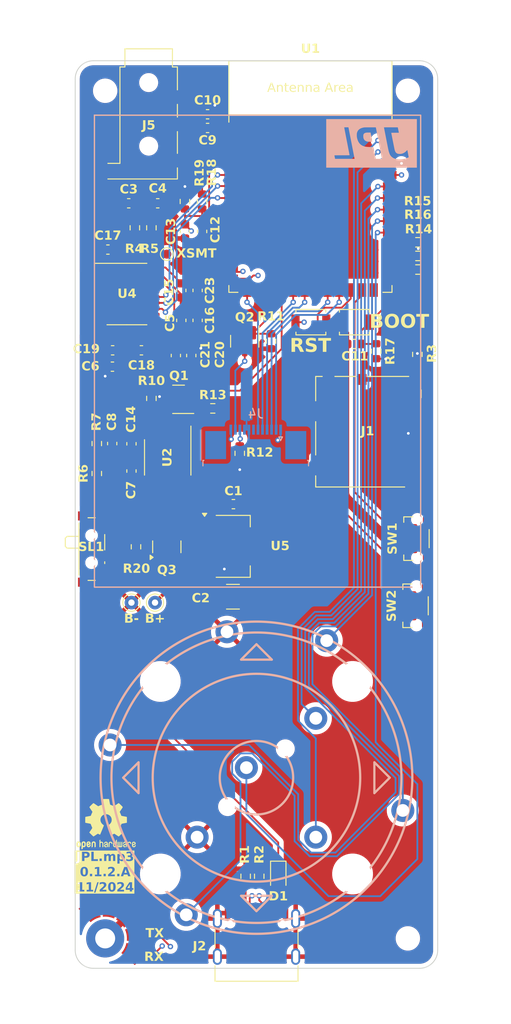
<source format=kicad_pcb>
(kicad_pcb (version 20240108) (generator "pcbnew") (generator_version "8.0")
  (layers (0 "F.Cu" signal) (1 "In1.Cu" signal) (2 "In2.Cu" signal) (31 "B.Cu" signal) (34 "B.Paste" user) (35 "F.Paste" user) (36 "B.SilkS" user "B.Silkscreen") (37 "F.SilkS" user "F.Silkscreen") (38 "B.Mask" user) (39 "F.Mask" user) (44 "Edge.Cuts" user))
  (net 0 "")
  (net 1 "GND")
  (net 2 "Net-(BT1-+)")
  (net 3 "+3.3V")
  (net 4 "AUDIO_LEFT")
  (net 5 "AUDIO_RIGHT")
  (net 6 "Net-(U4-LDOO)")
  (net 7 "BAT_SENSE")
  (net 8 "+5V")
  (net 9 "Net-(U4-CAPP)")
  (net 10 "Net-(U4-CAPM)")
  (net 11 "Net-(U4-VNEG)")
  (net 12 "Net-(D1-A)")
  (net 13 "ENCA")
  (net 14 "ENCB")
  (net 15 "SW1")
  (net 16 "SW2")
  (net 17 "SW3")
  (net 18 "SW4")
  (net 19 "SW5")
  (net 21 "Net-(J1-DAT3{slash}CD)")
  (net 22 "SD_CMD")
  (net 23 "SD_CLK")
  (net 24 "SD_D0")
  (net 26 "Net-(J2-CC1)")
  (net 27 "USB_D+")
  (net 28 "USB_D-")
  (net 30 "Net-(J2-CC2)")
  (net 32 "TFT_CS")
  (net 33 "TFT_DC")
  (net 34 "TFT_SCLK")
  (net 35 "TFT_SDA")
  (net 36 "TFT_RST")
  (net 38 "Net-(J4-Pin_10)")
  (net 39 "Net-(J4-Pin_11)")
  (net 40 "UART_RX")
  (net 41 "UART_TX")
  (net 44 "Net-(Q1-G)")
  (net 45 "CHG")
  (net 46 "BACKLIGHT")
  (net 47 "Net-(Q3-G)")
  (net 48 "Net-(U4-OUTL)")
  (net 49 "Net-(U4-OUTR)")
  (net 50 "VOL_UP")
  (net 51 "VOL_DOWN")
  (net 52 "DAC_MCLK")
  (net 53 "I2S_LRCLK")
  (net 54 "I2S_SCLK")
  (net 55 "I2S_SD")
  (net 62 "unconnected-(U4-XSMT-Pad17)")
  (net 65 "Net-(BOOT1-A)")
  (net 66 "Net-(RST1-B)")
  (net 67 "Net-(Q3-S)")
  (footprint "Capacitor_SMD:C_0603_1608Metric" (layer "F.Cu") (at 139.5 83.775 90)
    (property "Reference" "C21")
    (property "Value" ".1uF")
  )
  (footprint "Resistor_SMD:R_0603_1608Metric" (layer "F.Cu") (at 161.6 83.3 90)
    (property "Reference" "R17")
    (property "Value" "10K")
  )
  (footprint "Resistor_SMD:R_0603_1608Metric" (layer "F.Cu") (at 166.2 71.3)
    (property "Reference" "R15")
    (property "Value" "10K")
  )
  (footprint "Capacitor_SMD:C_1210_3225Metric" (layer "F.Cu") (at 145.8 110.35)
    (property "Reference" "C2")
    (property "Value" "100uF")
  )
  (footprint "Connector_Card:microSD_HC_Molex_104031-0811" (layer "F.Cu") (at 160.75 92.15 -90)
    (property "Reference" "J1")
    (property "Value" "Micro_SD_Card")
  )
  (footprint "Capacitor_SMD:C_0603_1608Metric" (layer "F.Cu") (at 132.5 85)
    (property "Reference" "C6")
    (property "Value" "10uF")
  )
  (footprint "Capacitor_SMD:C_0603_1608Metric" (layer "F.Cu") (at 143 58.7 180)
    (property "Reference" "C9")
    (property "Value" ".1uF")
  )
  (footprint "Capacitor_SMD:C_0603_1608Metric" (layer "F.Cu") (at 135.7 83.2 180)
    (property "Reference" "C18")
    (property "Value" "2.2uF")
  )
  (footprint "Capacitor_SMD:C_0603_1608Metric" (layer "F.Cu") (at 132.525 83.2 180)
    (property "Reference" "C19")
    (property "Value" ".1uF")
  )
  (footprint "Package_TO_SOT_SMD:SOT-23" (layer "F.Cu") (at 147.1 82.2 -90)
    (property "Reference" "Q2")
    (property "Value" "BSS138")
  )
  (footprint "Connector_USB:USB_C_Receptacle_G-Switch_GT-USB-7010ASV" (layer "F.Cu") (at 148.4 148.935)
    (property "Reference" "J2")
    (property "Value" "USB_C")
  )
  (footprint "Package_SO:SOIC-8_3.9x4.9mm_P1.27mm" (layer "F.Cu") (at 138.6 95 -90)
    (property "Reference" "U2")
    (property "Value" "MAX1811")
  )
  (footprint "Diode_SMD:D_SOD-323" (layer "F.Cu") (at 150.8 141.1 -90)
    (property "Reference" "D1")
    (property "Value" "1N5819WS")
  )
  (footprint "TestPoint:TestPoint_Pad_D1.0mm" (layer "F.Cu") (at 138.5 72.6)
    (property "Reference" "REF**" (hide yes))
    (property "Value" "TestPoint_Pad_D1.0mm")
  )
  (footprint "Capacitor_SMD:C_0603_1608Metric_Pad1.08x0.95mm_HandSolder" (layer "F.Cu") (at 145.85 100.15)
    (property "Reference" "C1")
    (property "Value" ".47uF")
  )
  (footprint "Resistor_SMD:R_0603_1608Metric" (layer "F.Cu") (at 134.975 69.7 90)
    (property "Reference" "R4")
    (property "Value" "470")
  )
  (footprint "Resistor_SMD:R_0603_1608Metric" (layer "F.Cu") (at 136.8 88.5 -90)
    (property "Reference" "R10")
    (property "Value" "10K")
  )
  (footprint "Package_TO_SOT_SMD:SOT-23" (layer "F.Cu") (at 138.5 104.85 90)
    (property "Reference" "Q3")
    (property "Value" "Q_PMOS_GSD")
  )
  (footprint "Resistor_SMD:R_0603_1608Metric" (layer "F.Cu") (at 130.775 93.475 90)
    (property "Reference" "R7")
    (property "Value" "100K")
  )
  (footprint "Resistor_SMD:R_0603_1608Metric" (layer "F.Cu") (at 142.4 66.8 -90)
    (property "Reference" "R18")
    (property "Value" "10K")
  )
  (footprint "Capacitor_SMD:C_0603_1608Metric" (layer "F.Cu") (at 140.1 79.9 -90)
    (property "Reference" "C5")
    (property "Value" ".1uF")
  )
  (footprint "Resistor_SMD:R_0603_1608Metric" (layer "F.Cu") (at 135.1 104.85 -90)
    (property "Reference" "R20")
    (property "Value" "10K")
  )
  (footprint "Button_Switch_SMD:SW_Push_1P1T-MP_NO_Horizontal_Alps_SKRTLAE010" (layer "F.Cu") (at 166.05 111.35 90)
    (property "Reference" "SW2")
    (property "Value" "SW_Push")
  )
  (footprint "MountingHole:MountingHole_2.2mm_M2" (layer "F.Cu") (at 165.1 54.6)
    (property "Reference" "REF**" (hide yes))
    (property "Value" "MountingHole_2.2mm_M2" (hide yes))
  )
  (footprint "Package_SO:TSSOP-20_4.4x6.5mm_P0.65mm" (layer "F.Cu") (at 134.1 77)
    (property "Reference" "U4")
    (property "Value" "PCM5102A")
  )
  (footprint "Resistor_SMD:R_0603_1608Metric" (layer "F.Cu") (at 140.5 66.8 -90)
    (property "Reference" "R19")
    (property "Value" "10K")
  )
  (footprint "Resistor_SMD:R_0603_1608Metric" (layer "F.Cu") (at 147.2 141.15 90)
    (property "Reference" "R1")
    (property "Value" "5.1K")
  )
  (footprint "Connector_Audio:Jack_3.5mm_KoreanHropartsElec_PJ-320D-4A_Horizontal" (layer "F.Cu") (at 136.5 58.45 -90)
    (property "Reference" "J5")
    (property "Value" "AudioJack3")
  )
  (footprint "Resistor_SMD:R_0603_1608Metric" (layer "F.Cu") (at 150 82.2 -90)
    (property "Reference" "R11")
    (property "Value" "10K")
  )
  (footprint "MountingHole:MountingHole_2.2mm_M2" (layer "F.Cu") (at 131.7 54.6)
    (property "Reference" "REF**" (hide yes))
    (property "Value" "MountingHole_2.2mm_M2" (hide yes))
  )
  (footprint "Capacitor_SMD:C_0603_1608Metric" (layer "F.Cu") (at 134.6 93.5 -90)
    (property "Reference" "C14")
    (property "Value" "4.7 uF")
  )
  (footprint "Resistor_SMD:R_0603_1608Metric" (layer "F.Cu") (at 146.55 94.55 90)
    (property "Reference" "R12")
    (property "Value" "10")
  )
  (footprint "Button_Switch_SMD:SW_SPST_B3U-1000P" (layer "F.Cu") (at 159.2 80.1 180)
    (property "Reference" "BOOT")
    (property "Value" "BOOT")
  )
  (footprint "Capacitor_SMD:C_0603_1608Metric" (layer "F.Cu") (at 137.5 67)
    (property "Reference" "C4")
    (property "Value" "2.2nF")
  )
  (footprint "Capacitor_SMD:C_0603_1608Metric" (layer "F.Cu") (at 140.5 70.1 -90)
    (property "Reference" "C13")
    (property "Value" "0.1uF")
  )
  (footprint "Resistor_SMD:R_0603_1608Metric" (layer "F.Cu") (at 148.7 141.15 90)
    (property "Reference" "R2")
    (property "Value" "5.1K")
  )
  (footprint "Capacitor_SMD:C_0603_1608Metric" (layer "F.Cu") (at 132 72.1)
    (property "Reference" "C17")
    (property "Value" "2.2uF")
  )
  (footprint "Resistor_SMD:R_0603_1608Metric" (layer "F.Cu") (at 166.2 74.3 180)
    (property "Reference" "R14")
    (property "Value" "10K")
  )
  (footprint "Button_Switch_SMD:SW_SPST_B3U-1000P" (layer "F.Cu") (at 154.4 80.1 180)
    (property "Reference" "RST")
    (property "Value" "SW_SPST")
  )
  (footprint "Capacitor_SMD:C_0603_1608Metric" (layer "F.Cu") (at 142.4 70.1 -90)
    (property "Reference" "C12")
    (property "Value" "1uF")
  )
  (footprint "Capacitor_SMD:C_0603_1608Metric" (layer "F.Cu") (at 134.3 67 180)
    (property "Reference" "C3")
    (property "Value" "2.2nF")
  )
  (footprint "Package_TO_SOT_SMD:SOT-23" (layer "F.Cu") (at 139.8 88.6 180)
    (property "Reference" "Q1")
    (property "Value" "BSS138")
  )
  (footprint "Resistor_SMD:R_0603_1608Metric" (layer "F.Cu") (at 130.775 96.775 90)
    (property "Reference" "R6")
    (property "Value" "100K")
  )
  (footprint "Resistor_SMD:R_0603_1608Metric" (layer "F.Cu") (at 136.8 69.7 90)
    (property "Reference" "R5")
    (property "Value" "470")
  )
  (footprint "TestPoint:TestPoint_THTPad_D1.5mm_Drill0.7mm" (layer "F.Cu") (at 137.2 111)
    (property "Reference" "B+")
    (property "Value" "TestPoint_THTPad_D1.5mm_Drill0.7mm")
  )
  (footprint "footprints:ANO Rotary Encoder" (layer "F.Cu") (at 148.393398 130.293398)
    (property "Reference" "Enc1" (hide yes))
    (property "Value" "~")
  )
  (footprint "Button_Switch_SMD:SW_Push_1P1T-MP_NO_Horizontal_Alps_SKRTLAE010" (layer "F.Cu") (at 166.15 103.95 90)
    (property "Reference" "SW1")
    (property "Value" "SW_Push")
  )
  (footprint "Capacitor_SMD:C_0603_1608Metric" (layer "F.Cu") (at 141.9 79.9 -90)
    (property "Reference" "C16")
    (property "Value" "10uF")
  )
  (footprint "Package_TO_SOT_SMD:SOT-223-3_TabPin2" (layer "F.Cu") (at 145.8 104.8)
    (property "Reference" "U5")
    (property "Value" "LT1963AxST-3.3")
  )
  (footprint "Capacitor_SMD:C_0603_1608Metric" (layer "F.Cu") (at 143 57.19 180)
    (property "Reference" "C10")
    (property "Value" ".1uF")
  )
  (footprint "Capacitor_SMD:C_0603_1608Metric" (layer "F.Cu") (at 132.475 93.475 -90)
    (property "Reference" "C8")
    (property "Value" "10 nF")
  )
  (footprint "TestPoint:TestPoint_THTPad_D1.5mm_Drill0.7mm" (layer "F.Cu") (at 134.6 111)
    (property "Reference" "B-")
    (property "Value" "TestPoint_THTPad_D1.5mm_Drill0.7mm")
  )
  (footprint "Resistor_SMD:R_0603_1608Metric" (layer "F.Cu") (at 166.15 83.65 -90)
    (property "Reference" "R3")
    (property "Value" "10K")
  )
  (footprint "footprints:Positive_Altitude_SWD_Connector" (layer "F.Cu") (at 131.7 148 -45)
    (property "Reference" "J6" (hide yes))
    (property "Value" "Conn_01x05_Pin" (hide yes))
  )
  (footprint "Capacitor_SMD:C_0603_1608Metric" (layer "F.Cu") (at 140.1 76.6 -90)
    (property "Reference" "C15")
    (property "Value" ".1uF")
  )
  (footprint "Resistor_SMD:R_0603_1608Metric" (layer "F.Cu") (at 143.575 89.6)
    (property "Reference" "R13")
    (property "Value" "10K")
  )
  (footprint "" (layer "F.Cu") (at 152.733398 93.643398)
    (property "Reference" "")
    (property "Value" "")
  )
  (footprint "Capacitor_SMD:C_0603_1608Metric" (layer "F.Cu") (at 134.6 96.5 90)
    (property "Reference" "C7")
    (property "Value" "2.2 uF")
  )
  (footprint "Capacitor_SMD:C_0603_1608Metric" (layer "F.Cu") (at 141.9 76.6 -90)
    (property "Reference" "C23")
    (property "Value" "10uF")
  )
  (footprint "PCM_Espressif:ESP32-S3-WROOM-1" (layer "F.Cu") (at 154.35 67.06)
    (property "Reference" "U1")
    (property "Value" "ESP32-S3-WROOM-1" (hide yes))
  )
  (footprint "Button_Switch_SMD:SW_SPDT_PCM12" (layer "F.Cu") (at 130.53 105.1 -90)
    (property "Reference" "SL1")
    (property "Value" "POWER")
  )
  (footprint "Capacitor_SMD:C_0603_1608Metric" (layer "F.Cu") (at 159.2 82.5 180)
    (property "Reference" "C11")
    (property "Value" "0.1uF")
  )
  (footprint "MountingHole:MountingHole_2.2mm_M2" (layer "F.Cu") (at 165.1 148)
    (property "Reference" "REF**" (hide yes))
    (property "Value" "MountingHole_2.2mm_M2" (hide yes))
  )
  (footprint "Capacitor_SMD:C_0603_1608Metric" (layer "F.Cu") (at 141.2 83.775 -90)
    (property "Reference" "C20")
    (property "Value" "10uF")
  )
  (footprint "Resistor_SMD:R_0603_1608Metric" (layer "F.Cu") (at 166.2 72.8)
    (property "Reference" "R16")
    (property "Value" "10K")
  )
  (footprint "Symbol:OSHW-Logo2_7.3x6mm_SilkScreen" (layer "F.Cu") (at 131.8 135.4)
    (property "Reference" "REF**" (hide yes))
    (property "Value" "OSHW-Logo2_7.3x6mm_SilkScreen" (hide yes))
  )
  (footprint "footprints:JPL" (layer "B.Cu") (at 161.093398 60.393398 180)
    (property "Reference" "G***" (hide yes))
    (property "Value" "LOGO" (hide yes))
  )
  (footprint "Connector_FFC-FPC:TE_1-1734839-2_1x12-1MP_P0.5mm_Horizontal" (layer "B.Cu") (at 148.313398 93.293398 180)
    (property "Reference" "J4")
    (property "Value" "Conn_01x12" (hide yes))
  )
  (gr_rect (start 130.513398 57.293398) (end 166.513398 109.293398) (stroke (width 0.15)) (fill none) (layer "B.SilkS"))
  (gr_arc (start 166.393398 51.293398) (mid 167.807612 51.879184) (end 168.393398 53.293398) (stroke (width 0.1)) (layer "Edge.Cuts"))
  (gr_arc (start 128.393398 53.293398) (mid 128.979184 51.879184) (end 130.393398 51.293398) (stroke (width 0.1)) (layer "Edge.Cuts"))
  (gr_line (start 130.393398 151.293398) (end 166.393398 151.293398) (stroke (width 0.1)) (layer "Edge.Cuts"))
  (gr_line (start 168.393398 149.293398) (end 168.393398 53.293398) (stroke (width 0.1)) (layer "Edge.Cuts"))
  (gr_line (start 128.393398 53.293398) (end 128.393398 149.293398) (stroke (width 0.1)) (layer "Edge.Cuts"))
  (gr_arc (start 130.393398 151.293398) (mid 128.979184 150.707612) (end 128.393398 149.293398) (stroke (width 0.1)) (layer "Edge.Cuts"))
  (gr_line (start 166.393398 51.293398) (end 130.393398 51.293398) (stroke (width 0.1)) (layer "Edge.Cuts"))
  (gr_arc (start 168.393398 149.293398) (mid 167.807612 150.707612) (end 166.393398 151.293398) (stroke (width 0.1)) (layer "Edge.Cuts"))
  (gr_text "XSMT" (at 139.55 73.15 0) (layer "F.SilkS") (effects (font (size 1 1) (thickness 0.1875) (bold yes)) (justify left bottom)))
  (gr_text "RX" (at 136 150.65 0) (layer "F.SilkS") (effects (font (size 1 1) (thickness 0.2) (bold yes)) (justify left bottom)))
  (gr_text "JPL.mp3\n0.1.2.A\n11/2024" (at 131.7 143 0) (layer "F.SilkS" knockout) (effects (font (size 1 1) (thickness 0.1) (bold yes) (italic yes)) (justify bottom)))
  (gr_text "TX" (at 136.15 148.05 0) (layer "F.SilkS") (effects (font (size 1 1) (thickness 0.2) (bold yes)) (justify left bottom)))
  (segment (start 138.275 79.925) (end 138.3 79.95) (width 0.2) (layer "F.Cu") (net 1))
  (segment (start 141.105 91.509448) (end 140.245552 90.65) (width 0.2) (layer "F.Cu") (net 1))
  (segment (start 131.2375 79.925) (end 134.423696 79.925) (width 0.2) (layer "F.Cu") (net 1))
  (segment (start 143.75 75.1) (end 143.75 77.35) (width 0.2) (layer "F.Cu") (net 1))
  (segment (start 130.925 80.825) (end 130.265858 80.825) (width 0.2) (layer "F.Cu") (net 1))
  (segment (start 139.5 84.223696) (end 139.5 84.55) (width 0.2) (layer "F.Cu") (net 1))
  (segment (start 135.85 77.050001) (end 135.85 79.55) (width 0.2) (layer "F.Cu") (net 1))
  (segment (start 148.95 104.8) (end 148.95 107.4625) (width 0.4) (layer "F.Cu") (net 1))
  (segment (start 140.1 77.375) (end 140.1 77.048696) (width 0.2) (layer "F.Cu") (net 1))
  (segment (start 128.993398 107.315686) (end 128.993398 102.906602) (width 0.2) (layer "F.Cu") (net 1))
  (segment (start 129.8 80.359142) (end 129.8 76.156544) (width 0.2) (layer "F.Cu") (net 1))
  (segment (start 146.7125 100.15) (end 146.7125 102.5625) (width 0.4) (layer "F.Cu") (net 1))
  (segment (start 136.9625 79.925) (end 138.275 79.925) (width 0.2) (layer "F.Cu") (net 1))
  (segment (start 141.2 84.55) (end 139.5 84.55) (width 0.2) (layer "F.Cu") (net 1))
  (segment (start 135.85 79.55) (end 136.225 79.925) (width 0.2) (layer "F.Cu") (net 1))
  (segment (start 139.9 94.745552) (end 141.105 93.540552) (width 0.2) (layer "F.Cu") (net 1))
  (segment (start 143.6 74.95) (end 143.75 75.1) (width 0.2) (layer "F.Cu") (net 1))
  (segment (start 139.35 89.55) (end 140.3 88.6) (width 0.2) (layer "F.Cu") (net 1))
  (segment (start 139.9 99.15) (end 139.9 94.745552) (width 0.2) (layer "F.Cu") (net 1))
  (segment (start 142.65 104.8) (end 148.95 104.8) (width 0.4) (layer "F.Cu") (net 1))
  (segment (start 140.1 77.048696) (end 137.776304 74.725) (width 0.2) (layer "F.Cu") (net 1))
  (segment (start 129.8 76.156544) (end 130.581544 75.375) (width 0.2) (layer "F.Cu") (net 1))
  (segment (start 166.025 110.125) (end 165.15 110.125) (width 0.2) (layer "F.Cu") (net 1))
  (segment (start 136.225 79.925) (end 136.9625 79.925) (width 0.2) (layer "F.Cu") (net 1))
  (segment (start 136.9625 76.675) (end 136.225001 76.675) (width 0.2) (layer "F.Cu") (net 1))
  (segment (start 134.423696 79.925) (end 137.25 82.751304) (width 0.2) (layer "F.Cu") (net 1))
  (segment (start 129 81.85) (end 129 74.25) (width 0.2) (layer "F.Cu") (net 1))
  (segment (start 131.2375 79.275) (end 134.309314 79.275) (width 0.2) (layer "F.Cu") (net 1))
  (segment (start 166.45 103.609448) (end 165.565552 102.725) (width 0.2) (layer "F.Cu") (net 1))
  (segment (start 137.25 82.751304) (end 137.25 84.55) (width 0.2) (layer "F.Cu") (net 1))
  (segment (start 134.309314 79.275) (end 138.434314 83.4) (width 0.2) (layer "F.Cu") (net 1))
  (segment (start 140.1 79.125) (end 140.1 77.375) (width 0.2) (layer "F.Cu") (net 1))
  (segment (start 129.15 82) (end 129 81.85) (width 0.2) (layer "F.Cu") (net 1))
  (segment (start 134 69.65) (end 138 69.65) (width 0.2) (layer "F.Cu") (net 1))
  (segment (start 129.85 102.05) (end 129.85 99.8) (width 0.2) (layer "F.Cu") (net 1))
  (segment (start 147.275 109.1375) (end 147.275 110.35) (width 0.4) (layer "F.Cu") (net 1))
  (segment (start 165.25 105.175) (end 166.15 105.175) (width 0.2) (layer "F.Cu") (net 1))
  (segment (start 128.993398 102.906602) (end 129.85 102.05) (width 0.2) (layer "F.Cu") (net 1))
  (segment (start 165.565552 102.725) (end 165.25 102.725) (width 0.2) (layer "F.Cu") (net 1))
  (segment (start 130.581544 75.375) (end 131.2375 75.375) (width 0.2) (layer "F.Cu") (net 1))
  (segment (start 140.1 79.125) (end 141.9 79.125) (width 0.2) (layer "F.Cu") (net 1))
  (segment (start 141.105 93.540552) (end 141.105 91.509448) (width 0.2) (layer "F.Cu") (net 1))
  (segment (start 137.776304 74.725) (end 136.9625 74.725) (width 0.2) (layer "F.Cu") (net 1))
  (segment (start 129.85 108.172288) (end 128.993398 107.315686) (width 0.2) (layer "F.Cu") (net 1))
  (segment (start 158.425 82.5) (end 158.425 81.025) (width 0.2) (layer "F.Cu") (net 1))
  (segment (start 166.35 110.45) (end 166.025 110.125) (width 0.2) (layer "F.Cu") (net 1))
  (segment (start 134.925 83.2) (end 133.3 83.2) (width 0.2) (layer "F.Cu") (net 1))
  (segment (start 133.3 83.2) (end 130.925 80.825) (width 0.2) (layer "F.Cu") (net 1))
  (segment (start 158.425 81.025) (end 157.5 80.1) (width 0.2) (layer "F.Cu") (net 1))
  (segment (start 140.3 88.6) (end 141.45 88.6) (width 0.2) (layer "F.Cu") (net 1))
  (segment (start 141.9 77.375) (end 141.9 79.125) (width 0.2) (layer "F.Cu") (net 1))
  (segment (start 130.265858 80.825) (end 129.8 80.359142) (width 0.2) (layer "F.Cu") (net 1))
  (segment (start 166.15 105.175) (end 166.45 104.875) (width 0.2) (layer "F.Cu") (net 1))
  (segment (start 146.7125 102.5625) (end 148.95 104.8) (width 0.4) (layer "F.Cu") (net 1))
  (segment (start 166.45 104.875) (end 166.45 103.609448) (width 0.2) (layer "F.Cu") (net 1))
  (segment (start 166.35 112.275) (end 166.35 110.45) (width 0.2) (layer "F.Cu") (net 1))
  (segment (start 129.85 109.9) (end 129.85 108.172288) (width 0.2) (layer "F.Cu") (net 1))
  (segment (start 133.475 83.375) (end 133.3 83.2) (width 0.2) (layer "F.Cu") (net 1))
  (segment (start 165.15 112.575) (end 166.05 112.575) (width 0.2) (layer "F.Cu") (net 1))
  (segment (start 136.225001 76.675) (end 135.85 77.050001) (width 0.2) (layer "F.Cu") (net 1))
  (segment (start 166.05 112.575) (end 166.35 112.275) (width 0.2) (layer "F.Cu") (net 1))
  (segment (start 141.9 77.375) (end 140.1 77.375) (width 0.2) (layer "F.Cu") (net 1))
  (segment (start 148.95 107.4625) (end 147.275 109.1375) (width 0.4) (layer "F.Cu") (net 1))
  (segment (start 138.676304 83.4) (end 139.5 84.223696) (width 0.2) (layer "F.Cu") (net 1))
  (segment (start 138.434314 83.4) (end 138.676304 83.4) (width 0.2) (layer "F.Cu") (net 1))
  (segment (start 133.475 85) (end 133.475 83.375) (width 0.2) (layer "F.Cu") (net 1))
  (segment (start 140.245552 90.65) (end 139.4 90.65) (width 0.2) (layer "F.Cu") (net 1))
  (via (at 150.75 93.1) (size 0.6) (drill 0.3) (layers "F.Cu" "B.Cu") (net 1))
  (via (at 145.6 93) (size 0.6) (drill 0.3) (layers "F.Cu" "B.Cu") (net 1))
  (segment (start 150.75 93.1) (end 151.063398 92.786602) (width 0.2) (layer "B.Cu") (net 1))
  (segment (start 145.6 93) (end 145.6 91.98) (width 0.2) (layer "B.Cu") (net 1))
  (segment (start 145.6 91.98) (end 145.563398 91.943398) (width 0.2) (layer "B.Cu") (net 1))
  (segment (start 151.063398 92.786602) (end 151.063398 91.943398) (width 0.2) (layer "B.Cu") (net 1))
  (segment (start 136.695 102.1075) (end 136.695 97.475) (width 0.4) (layer "F.Cu") (net 2))
  (segment (start 137.2 111) (end 138.5 109.7) (width 0.4) (layer "F.Cu") (net 2))
  (segment (start 134.275 97.6) (end 134.6 97.275) (width 0.2) (layer "F.Cu") (net 2))
  (segment (start 130.775 97.6) (end 134.275 97.6) (width 0.4) (layer "F.Cu") (net 2))
  (segment (start 135.1 104.025) (end 138.3875 104.025) (width 0.2) (layer "F.Cu") (net 2))
  (segment (start 134.8 97.475) (end 134.6 97.275) (width 0.2) (layer "F.Cu") (net 2))
  (segment (start 138.5 103.9125) (end 136.695 102.1075) (width 0.4) (layer "F.Cu") (net 2))
  (segment (start 135.1 104.025) (end 133.135 104.025) (width 0.2) (layer "F.Cu") (net 2))
  (segment (start 133.135 104.025) (end 131.96 102.85) (width 0.2) (layer "F.Cu") (net 2))
  (segment (start 138.5 109.7) (end 138.5 103.9125) (width 0.4) (layer "F.Cu") (net 2))
  (segment (start 138.5 103.9125) (end 138.5 103.8) (width 0.2) (layer "F.Cu") (net 2))
  (segment (start 136.695 97.475) (end 134.8 97.475) (width 0.4) (layer "F.Cu") (net 2))
  (segment (start 138.3875 104.025) (end 138.5 103.9125) (width 0.2) (layer "F.Cu") (net 2))
  (segment (start 161.6 84.125) (end 162.625 84.125) (width 0.2) (layer "F.Cu") (net 3))
  (segment (start 131.75 84.825) (end 131.925 85) (width 0.2) (layer "F.Cu") (net 3))
  (segment (start 131.725 85) (end 131.725 86.025) (width 0.2) (layer "F.Cu") (net 3))
  (segment (start 143.775 57.19) (end 143.775 58.7) (width 0.2) (layer "F.Cu") (net 3))
  (segment (start 138.8625 88.6) (end 138 88.6) (width 0.2) (layer "F.Cu") (net 3))
  (segment (start 143.8 56.2) (end 143.8 57.165) (width 0.2) (layer "F.Cu") (net 3))
  (segment (start 162.625 84.125) (end 162.65 84.15) (width 0.2) (layer "F.Cu") (net 3))
  (segment (start 140.1 75.825) (end 141.9 75.825) (width 0.2) (layer "F.Cu") (net 3))
  (segment (start 131.725 86.025) (end 131.7 86.05) (width 0.2) (layer "F.Cu") (net 3))
  (segment (start 134.225 78.625) (end 138.6 83) (width 0.2) (layer "F.Cu") (net 3))
  (segment (start 141.2 83) (end 142.225 83) (width 0.2) (layer "F.Cu") (net 3))
  (segment (start 145.145 60.07) (end 145.6 60.07) (width 0.2) (layer "F.Cu") (net 3))
  (segment (start 142.4 60.075) (end 142.4 65.975) (width 0.2) (layer "F.Cu") (net 3))
  (segment (start 166.325 72) (end 167.025 71.3) (width 0.2) (layer "F.Cu") (net 3))
  (segment (start 129.4 80.85) (end 131.75 83.2) (width 0.2) (layer "F.Cu") (net 3))
  (segment (start 131.2375 74.075) (end 130.500001 74.075) (width 0.2) (layer "F.Cu") (net 3))
  (segment (start 142.65 107.1) (end 142.65 107.4625) (width 0.4) (layer "F.Cu") (net 3))
  (segment (start 144.65 107.1) (end 144.85 107.3) (width 0.4) (layer "F.Cu") (net 3))
  (segment (start 140.1 75.825) (end 138.35 74.075) (width 0.2) (layer "F.Cu") (net 3))
  (segment (start 140.5 65.15) (end 140.5 65.975) (width 0.4) (layer "F.Cu") (net 3))
  (segment (start 143.775 58.7) (end 145.145 60.07) (width 0.2) (layer "F.Cu") (net 3))
  (segment (start 142.65 107.1) (end 144.65 107.1) (width 0.4) (layer "F.Cu") (net 3))
  (segment (start 144.325 109.1375) (end 144.325 110.35) (width 0.4) (layer "F.Cu") (net 3))
  (segment (start 143.775 58.7) (end 142.4 60.075) (width 0.2) (layer "F.Cu") (net 3))
  (segment (start 138.35 74.075) (end 136.9625 74.075) (width 0.2) (layer "F.Cu") (net 3))
  (segment (start 129.4 75.175001) (end 129.4 80.85) (width 0.2) (layer "F.Cu") (net 3))
  (segment (start 130.500001 74.075) (end 129.4 75.175001) (width 0.2) (layer "F.Cu") (net 3))
  (segment (start 143.8 57.165) (end 143.775 57.19) (width 0.2) (layer "F.Cu") (net 3))
  (segment (start 131.2375 78.625) (end 134.225 78.625) (width 0.2) (layer "F.Cu") (net 3))
  (segment (start 167.025 71.3) (end 167.025 72.8) (width 0.2) (layer "F.Cu") (net 3))
  (segment (start 166.25 72) (end 166.325 72) (width 0.2) (layer "F.Cu") (net 3))
  (segment (start 166.2 92.345) (end 165.155 92.345) (width 0.2) (layer "F.Cu") (net 3))
  (segment (start 139.5 83) (end 141.2 83) (width 0.2) (layer "F.Cu") (net 3))
  (segment (start 167.025 72.8) (end 167.025 74.3) (width 0.2) (layer "F.Cu") (net 3))
  (segment (start 141.125 83.225) (end 141.15 83.2) (width 0.2) (layer "F.Cu") (net 3))
  (segment (start 141.9 75.825) (end 143.125 75.825) (width 0.2) (layer "F.Cu") (net 3))
  (segment (start 138.6 83) (end 139.5 83) (width 0.2) (layer "F.Cu") (net 3))
  (segment (start 146.55 95.375) (end 146.55 96.35) (width 0.2) (layer "F.Cu") (net 3))
  (segment (start 166.15 83.55) (end 166.15 82.825) (width 0.2) (layer "F.Cu") (net 3))
  (segment (start 138 88.6) (end 137.7 88.3) (width 0.2) (layer "F.Cu") (net 3))
  (segment (start 165.155 92.345) (end 165.15 92.35) (width 0.2) (layer "F.Cu") (net 3))
  (segment (start 143.125 75.825) (end 143.15 75.85) (width 0.2) (layer "F.Cu") (net 3))
  (segment (start 142.65 107.4625) (end 144.325 109.1375) (width 0.4) (layer "F.Cu") (net 3))
  (segment (start 131.75 83.2) (end 131.75 84.825) (width 0.2) (layer "F.Cu") (net 3))
  (via (at 166.25 72) (size 0.6) (drill 0.3) (layers "F.Cu" "B.Cu") (net 3))
  (via (at 144.85 107.3) (size 0.6) (drill 0.3) (layers "F.Cu" "B.Cu") (net 3))
  (via (at 165.15 92.35) (size 0.6) (drill 0.3) (layers "F.Cu" "B.Cu") (net 3))
  (via (at 143.15 75.85) (size 0.6) (drill 0.3) (layers "F.Cu" "B.Cu") (net 3))
  (via (at 142.25 82.975) (size 0.6) (drill 0.3) (layers "F.Cu" "B.Cu") (net 3))
  (via (at 166.15 83.55) (size 0.6) (drill 0.3) (layers "F.Cu" "B.Cu") (net 3))
  (via (at 146.55 96.35) (size 0.6) (drill 0.3) (layers "F.Cu" "B.Cu") (net 3))
  (via (at 131.7 86.05) (size 0.6) (drill 0.3) (layers "F.Cu" "B.Cu") (net 3))
  (via (at 143.8 56.2) (size 0.6) (drill 0.3) (layers "F.Cu" "B.Cu") (net 3))
  (via (at 140.5 65.15) (size 0.6) (drill 0.3) (layers "F.Cu" "B.Cu") (net 3))
  (via (at 137.7 88.3) (size 0.6) (drill 0.3) (layers "F.Cu" "B.Cu") (net 3))
  (via (at 162.65 84.15) (size 0.6) (drill 0.3) (layers "F.Cu" "B.Cu") (net 3))
  (segment (start 147.3 91.943398) (end 147.563398 91.943398) (width 0.2) (layer "B.Cu") (net 3))
  (segment (start 147.063398 91.943398) (end 147.3 91.943398) (width 0.2) (layer "B.Cu") (net 3))
  (segment (start 147.3 91.943398) (end 147.3 90.45) (width 0.2) (layer "B.Cu") (net 3))
  (segment (start 147.563398 93.163398) (end 147.6 93.2) (width 0.2) (layer "B.Cu") (net 3))
  (segment (start 147.563398 91.943398) (end 147.563398 93.163398) (width 0.2) (layer "B.Cu") (net 3))
  (segment (start 147.3 90.45) (end 147.35 90.4) (width 0.2) (layer "B.Cu") (net 3))
  (segment (start 135.075 67) (end 135.075 68.775) (width 0.2) (layer "F.Cu") (net 4))
  (segment (start 135.075 67) (end 135.9 66.175) (width 0.2) (layer "F.Cu") (net 4))
  (segment (start 135.075 68.775) (end 134.975 68.875) (width 0.2) (layer "F.Cu") (net 4))
  (segment (start 135.9 64.1) (end 137.7 62.3) (width 0.2) (layer "F.Cu") (net 4))
  (segment (start 137.7 62.3) (end 139.75 62.3) (width 0.2) (layer "F.Cu") (net 4))
  (segment (start 135.9 66.175) (end 135.9 64.1) (width 0.2) (layer "F.Cu") (net 4))
  (segment (start 141.3 63.2) (end 138.8 65.7) (width 0.2) (layer "F.Cu") (net 5))
  (segment (start 138.8 65.7) (end 138.025 65.7) (width 0.2) (layer "F.Cu") (net 5))
  (segment (start 139.75 58.3) (end 141.3 59.85) (width 0.2) (layer "F.Cu") (net 5))
  (segment (start 141.3 59.85) (end 141.3 63.2) (width 0.2) (layer "F.Cu") (net 5))
  (segment (start 136.8 67.075) (end 136.725 67) (width 0.2) (layer "F.Cu") (net 5))
  (segment (start 136.8 68.875) (end 136.8 67.075) (width 0.2) (layer "F.Cu") (net 5))
  (segment (start 138.025 65.7) (end 136.725 67) (width 0.2) (layer "F.Cu") (net 5))
  (segment (start 136.9625 75.375) (end 137.699999 75.375) (width 0.2) (layer "F.Cu") (net 6))
  (segment (start 137.699999 75.375) (end 139.325 77.000001) (width 0.2) (layer "F.Cu") (net 6))
  (segment (start 139.325 77.000001) (end 139.325 79.9) (width 0.2) (layer "F.Cu") (net 6))
  (segment (start 139.325 79.9) (end 140.1 80.675) (width 0.2) (layer "F.Cu") (net 6))
  (segment (start 140.1 80.675) (end 141.9 80.675) (width 0.2) (layer "F.Cu") (net 6))
  (segment (start 144.55 84.25) (end 144.55 73.29) (width 0.2) (layer "F.Cu") (net 7))
  (segment (start 133.098696 93.45) (end 133.4 93.148696) (width 0.2) (layer "F.Cu") (net 7))
  (segment (start 133.4 93.148696) (end 133.4 87.85) (width 0.2) (layer "F.Cu") (net 7))
  (segment (start 144.55 73.29) (end 145.07 72.77) (width 0.2) (layer "F.Cu") (net 7))
  (segment (start 132.425 94.3) (end 132.475 94.25) (width 0.2) (layer "F.Cu") (net 7))
  (segment (start 142.95 85.85) (end 144.55 84.25) (width 0.2) (layer "F.Cu") (net 7))
  (segment (start 130.775 94.3) (end 132.425 94.3) (width 0.2) (layer "F.Cu") (net 7))
  (segment (start 135.4 85.85) (end 142.95 85.85) (width 0.2) (layer "F.Cu") (net 7))
  (segment (start 133.4 87.85) (end 135.4 85.85) (width 0.2) (layer "F.Cu") (net 7))
  (segment (start 130.775 95.95) (end 130.775 94.3) (width 0.2) (layer "F.Cu") (net 7))
  (segment (start 130.775 94.3) (end 131.625 93.45) (width 0.2) (layer "F.Cu") (net 7))
  (segment (start 131.625 93.45) (end 133.098696 93.45) (width 0.2) (layer "F.Cu") (net 7))
  (segment (start 145.07 72.77) (end 145.6 72.77) (width 0.2) (layer "F.Cu") (net 7))
  (segment (start 130.61 98.622648) (end 130 98.012648) (width 0.2) (layer "F.Cu") (net 8))
  (segment (start 130.55 117.187616) (end 130.55 108.306602) (width 0.2) (layer "F.Cu") (net 8))
  (segment (start 138.827224 93.727224) (end 139.235 93.319448) (width 0.2) (layer "F.Cu") (net 8))
  (segment (start 130.387352 96.8) (end 131.148696 96.8) (width 0.2) (layer "F.Cu") (net 8))
  (segment (start 129.4 103.268629) (end 130.61 102.058629) (width 0.2) (layer "F.Cu") (net 8))
  (segment (start 136.695 92.525) (end 134.8 92.525) (width 0.2) (layer "F.Cu") (net 8))
  (segment (start 133.25 94.075) (end 134.6 92.725) (width 0.2) (layer "F.Cu") (net 8))
  (segment (start 130 97.187352) (end 130.387352 96.8) (width 0.2) (layer "F.Cu") (net 8))
  (segment (start 136.695 92.525) (end 136.695 93.499999) (width 0.2) (layer "F.Cu") (net 8))
  (segment (start 136.695 93.499999) (end 136.995001 93.8) (width 0.2) (layer "F.Cu") (net 8))
  (segment (start 139.235 92.525) (end 139.235 97.475) (width 0.2) (layer "F.Cu") (net 8))
  (segment (start 150.8 140.05) (end 150.8 137.437616) (width 0.2) (layer "F.Cu") (net 8))
  (segment (start 134.8 92.525) (end 134.6 92.725) (width 0.2) (layer "F.Cu") (net 8))
  (segment (start 130 98.012648) (end 130 97.187352) (width 0.2) (layer "F.Cu") (net 8))
  (segment (start 129.4 107.156602) (end 129.4 103.268629) (width 0.2) (layer "F.Cu") (net 8))
  (segment (start 131.148696 96.8) (end 133.25 94.698696) (width 0.2) (layer "F.Cu") (net 8))
  (segment (start 138.754448 93.8) (end 138.827224 93.727224) (width 0.2) (layer "F.Cu") (net 8))
  (segment (start 139.235 92.525) (end 140.505 92.525) (width 0.2) (layer "F.Cu") (net 8))
  (segment (start 133.25 94.698696) (end 133.25 94.075) (width 0.2) (layer "F.Cu") (net 8))
  (segment (start 130.61 102.058629) (end 130.61 98.622648) (width 0.2) (layer "F.Cu") (net 8))
  (segment (start 139.235 93.319448) (end 139.235 92.525) (width 0.2) (layer "F.Cu") (net 8))
  (segment (start 150.8 137.437616) (end 130.55 117.187616) (width 0.2) (layer "F.Cu") (net 8))
  (segment (start 136.995001 93.8) (end 138.754448 93.8) (width 0.2) (layer "F.Cu") (net 8))
  (segment (start 130.55 108.306602) (end 129.4 107.156602) (width 0.2) (layer "F.Cu") (net 8))
  (segment (start 131.974999 74.725) (end 132.275 74.424999) (width 0.2) (layer "F.Cu") (net 9))
  (segment (start 131.2375 74.725) (end 131.974999 74.725) (width 0.2) (layer "F.Cu") (net 9))
  (segment (start 132.275 74.424999) (end 132.275 73.15) (width 0.2) (layer "F.Cu") (net 9))
  (segment (start 132.275 73.15) (end 131.225 72.1) (width 0.2) (layer "F.Cu") (net 9))
  (segment (start 132.775 75.224999) (end 132.775 72.1) (width 0.2) (layer "F.Cu") (net 10))
  (segment (start 131.2375 76.025) (end 131.974999 76.025) (width 0.2) (layer "F.Cu") (net 10))
  (segment (start 131.974999 76.025) (end 132.775 75.224999) (width 0.2) (layer "F.Cu") (net 10))
  (segment (start 130.2 77.056544) (end 130.581544 76.675) (width 0.2) (layer "F.Cu") (net 11))
  (segment (start 134.175 80.425) (end 130.431544 80.425) (width 0.2) (layer "F.Cu") (net 11))
  (segment (start 136.475 82.725) (end 134.175 80.425) (width 0.2) (layer "F.Cu") (net 11))
  (segment (start 130.581544 76.675) (end 131.2375 76.675) (width 0.2) (layer "F.Cu") (net 11))
  (segment (start 130.431544 80.425) (end 130.2 80.193456) (width 0.2) (layer "F.Cu") (net 11))
  (segment (start 136.475 83.2) (end 136.475 82.725) (width 0.2) (layer "F.Cu") (net 11))
  (segment (start 130.2 80.193456) (end 130.2 77.056544) (width 0.2) (layer "F.Cu") (net 11))
  (segment (start 146 145.21) (end 146.185 145.395) (width 0.2) (layer "F.Cu") (net 12))
  (segment (start 150.6 146.7) (end 150.6 145.41) (width 0.2) (layer "F.Cu") (net 12))
  (segment (start 146.77 146.7) (end 150.6 146.7) (width 0.2) (layer "F.Cu") (net 12))
  (segment (start 146.185 145.395) (end 146.185 146.115) (width 0.2) (layer "F.Cu") (net 12))
  (segment (start 150.6 145.41) (end 150.8 145.21) (width 0.2) (layer "F.Cu") (net 12))
  (segment (start 146.185 146.115) (end 146.77 146.7) (width 0.2) (layer "F.Cu") (net 12))
  (segment (start 150.8 145.21) (end 150.8 142.15) (width 0.2) (layer "F.Cu") (net 12))
  (segment (start 161.8 61.34) (end 163.1 61.34) (width 0.2) (layer "F.Cu") (net 13))
  (via (at 161.8 61.34) (size 0.6) (drill 0.3) (layers "F.Cu" "B.Cu") (net 13))
  (segment (start 156.650544 112.419597) (end 159.55 109.520141) (width 0.2) (layer "B.Cu") (net 13))
  (segment (start 154.941207 123.745589) (end 153.373288 122.17767) (width 0.2) (layer "B.Cu") (net 13))
  (segment (start 153.373288 114.042223) (end 154.995914 112.419597) (width 0.2) (layer "B.Cu") (net 13))
  (segment (start 153.373288 122.17767) (end 153.373288 114.042223) (width 0.2) (layer "B.Cu") (net 13))
  (segment (start 159.55 63.59) (end 161.8 61.34) (width 0.2) (layer "B.Cu") (net 13))
  (segment (start 159.55 109.520141) (end 159.55 63.59) (width 0.2) (layer "B.Cu") (net 13))
  (segment (start 154.995914 112.419597) (end 156.650544 112.419597) (width 0.2) (layer "B.Cu") (net 13))
  (segment (start 161.8 60.07) (end 163.1 60.07) (width 0.2) (layer "F.Cu") (net 14))
  (via (at 161.8 60.07) (size 0.6) (drill 0.3) (layers "F.Cu" "B.Cu") (net 14))
  (segment (start 154.941207 125.965905) (end 152.973288 123.997986) (width 0.2) (layer "B.Cu") (net 14))
  (segment (start 152.973288 123.997986) (end 152.973288 113.876537) (width 0.2) (layer "B.Cu") (net 14))
  (segment (start 159.15 62.72) (end 161.8 60.07) (width 0.2) (layer "B.Cu") (net 14))
  (segment (start 154.830228 112.019597) (end 156.484858 112.019597) (width 0.2) (layer "B.Cu") (net 14))
  (segment (start 156.484858 112.019597) (end 159.15 109.354455) (width 0.2) (layer "B.Cu") (net 14))
  (segment (start 152.973288 113.876537) (end 153.207603 113.642223) (width 0.2) (layer "B.Cu") (net 14))
  (segment (start 159.15 109.354455) (end 159.15 62.72) (width 0.2) (layer "B.Cu") (net 14))
  (segment (start 153.207603 113.642223) (end 154.830228 112.019597) (width 0.2) (layer "B.Cu") (net 14))
  (segment (start 154.941207 136.841207) (end 154.941207 125.965905) (width 0.2) (layer "B.Cu") (net 14))
  (segment (start 161.75 70.23) (end 163.1 70.23) (width 0.2) (layer "F.Cu") (net 15))
  (via (at 161.75 70.23) (size 0.6) (drill 0.3) (layers "F.Cu" "B.Cu") (net 15))
  (segment (start 147.28324 129.18324) (end 147.28324 134.28324) (width 0.2) (layer "B.Cu") (net 15))
  (segment (start 161.75 126.6) (end 161.75 126.584314) (width 0.2) (layer "B.Cu") (net 15))
  (segment (start 166.15 131) (end 161.75 126.6) (width 0.2) (layer "B.Cu") (net 15))
  (segment (start 161.75 126.584314) (end 161.55 126.384314) (width 0.2) (layer "B.Cu") (net 15))
  (segment (start 166.15 139.25) (end 166.15 131) (width 0.2) (layer "B.Cu") (net 15))
  (segment (start 161.55 126.384314) (end 161.55 70.43) (width 0.2) (layer "B.Cu") (net 15))
  (segment (start 147.28324 134.28324) (end 156.35 143.35) (width 0.2) (layer "B.Cu") (net 15))
  (segment (start 156.35 143.35) (end 162.05 143.35) (width 0.2) (layer "B.Cu") (net 15))
  (segment (start 162.05 143.35) (end 166.15 139.25) (width 0.2) (layer "B.Cu") (net 15))
  (segment (start 161.55 70.43) (end 161.75 70.23) (width 0.2) (layer "B.Cu") (net 15))
  (segment (start 161.75 68.96) (end 163.1 68.96) (width 0.2) (layer "F.Cu") (net 16))
  (via (at 161.75 68.96) (size 0.6) (drill 0.3) (layers "F.Cu" "B.Cu") (net 16))
  (segment (start 161.15 69.56) (end 161.75 68.96) (width 0.2) (layer "B.Cu") (net 16))
  (segment (start 161.15 110.182885) (end 161.15 69.56) (width 0.2) (layer "B.Cu") (net 16))
  (segment (start 156.143288 115.189597) (end 161.15 110.182885) (width 0.2) (layer "B.Cu") (net 16))
  (segment (start 161.75 67.7) (end 163.09 67.7) (width 0.2) (layer "F.Cu") (net 17))
  (segment (start 163.09 67.7) (end 163.1 67.69) (width 0.2) (layer "F.Cu") (net 17))
  (via (at 161.75 67.7) (size 0.6) (drill 0.3) (layers "F.Cu" "B.Cu") (net 17))
  (segment (start 161.35 126.75) (end 156.65 122.05) (width 0.2) (layer "B.Cu") (net 17))
  (segment (start 154.573288 119.988974) (end 154.573288 114.539281) (width 0.2) (layer "B.Cu") (net 17))
  (segment (start 160.75 68.7) (end 161.75 67.7) (width 0.2) (layer "B.Cu") (net 17))
  (segment (start 155.492972 113.619597) (end 157.147602 113.619597) (width 0.2) (layer "B.Cu") (net 17))
  (segment (start 154.573288 114.539281) (end 155.492972 113.619597) (width 0.2) (layer "B.Cu") (net 17))
  (segment (start 164.543717 133.899643) (end 164.543717 129.959403) (width 0.2) (layer "B.Cu") (net 17))
  (segment (start 157.147602 113.619597) (end 160.75 110.017199) (width 0.2) (layer "B.Cu") (net 17))
  (segment (start 164.543717 129.959403) (end 161.35 126.765686) (width 0.2) (layer "B.Cu") (net 17))
  (segment (start 156.65 122.05) (end 156.634314 122.05) (width 0.2) (layer "B.Cu") (net 17))
  (segment (start 160.75 110.017199) (end 160.75 68.7) (width 0.2) (layer "B.Cu") (net 17))
  (segment (start 161.35 126.765686) (end 161.35 126.75) (width 0.2) (layer "B.Cu") (net 17))
  (segment (start 156.634314 122.05) (end 154.573288 119.988974) (width 0.2) (layer "B.Cu") (net 17))
  (segment (start 161.75 66.42) (end 163.1 66.42) (width 0.2) (layer "F.Cu") (net 18))
  (via (at 161.75 66.42) (size 0.6) (drill 0.3) (layers "F.Cu" "B.Cu") (net 18))
  (segment (start 160.35 67.82) (end 161.75 66.42) (width 0.2) (layer "B.Cu") (net 18))
  (segment (start 145.71324 129.833556) (end 145.71324 128.532924) (width 0.2) (layer "B.Cu") (net 18))
  (segment (start 146.632924 130.75324) (end 145.71324 129.833556) (width 0.2) (layer "B.Cu") (net 18))
  (segment (start 147.933556 127.61324) (end 152.6 132.279684) (width 0.2) (layer "B.Cu") (net 18))
  (segment (start 160.35 109.851513) (end 160.35 67.82) (width 0.2) (layer "B.Cu") (net 18))
  (segment (start 152.6 132.279684) (end 152.6 137.286002) (width 0.2) (layer "B.Cu") (net 18))
  (segment (start 156.981916 113.219597) (end 160.35 109.851513) (width 0.2) (layer "B.Cu") (net 18))
  (segment (start 157.273044 138.95) (end 164.143717 132.079327) (width 0.2) (layer "B.Cu") (net 18))
  (segment (start 140.643508 145.397199) (end 146.632924 139.407783) (width 0.2) (layer "B.Cu") (net 18))
  (segment (start 152.6 137.286002) (end 154.263998 138.95) (width 0.2) (layer "B.Cu") (net 18))
  (segment (start 154.173288 120.15466) (end 154.173288 114.373595) (width 0.2) (layer "B.Cu") (net 18))
  (segment (start 164.143717 132.079327) (end 164.143717 130.125089) (width 0.2) (layer "B.Cu") (net 18))
  (segment (start 155.327286 113.219597) (end 156.981916 113.219597) (width 0.2) (layer "B.Cu") (net 18))
  (segment (start 164.143717 130.125089) (end 154.173288 120.15466) (width 0.2) (layer "B.Cu") (net 18))
  (segment (start 154.173288 114.373595) (end 155.327286 113.219597) (width 0.2) (layer "B.Cu") (net 18))
  (segment (start 145.71324 128.532924) (end 146.632924 127.61324) (width 0.2) (layer "B.Cu") (net 18))
  (segment (start 146.632924 127.61324) (end 147.933556 127.61324) (width 0.2) (layer "B.Cu") (net 18))
  (segment (start 146.632924 139.407783) (end 146.632924 130.75324) (width 0.2) (layer "B.Cu") (net 18))
  (segment (start 154.263998 138.95) (end 157.273044 138.95) (width 0.2) (layer "B.Cu") (net 18))
  (segment (start 161.8 65.15) (end 163.1 65.15) (width 0.2) (layer "F.Cu") (net 19))
  (via (at 161.8 65.15) (size 0.6) (drill 0.3) (layers "F.Cu" "B.Cu") (net 19))
  (segment (start 147.573155 126.687153) (end 153 132.113998) (width 0.2) (layer "B.Cu") (net 19))
  (segment (start 154.429684 138.55) (end 157.107358 138.55) (width 0.2) (layer "B.Cu") (net 19))
  (segment (start 163.743717 130.327783) (end 153.773288 120.357354) (width 0.2) (layer "B.Cu") (net 19))
  (segment (start 156.81623 112.819597) (end 159.95 109.685827) (width 0.2) (layer "B.Cu") (net 19))
  (segment (start 157.107358 138.55) (end 163.743717 131.913641) (width 0.2) (layer "B.Cu") (net 19))
  (segment (start 132.243079 126.687153) (end 147.573155 126.687153) (width 0.2) (layer "B.Cu") (net 19))
  (segment (start 153.773288 120.357354) (end 153.773288 114.207909) (width 0.2) (layer "B.Cu") (net 19))
  (segment (start 153 137.120316) (end 154.429684 138.55) (width 0.2) (layer "B.Cu") (net 19))
  (segment (start 159.95 109.685827) (end 159.95 67) (width 0.2) (layer "B.Cu") (net 19))
  (segment (start 155.1616 112.819597) (end 156.81623 112.819597) (width 0.2) (layer "B.Cu") (net 19))
  (segment (start 153.773288 114.207909) (end 155.1616 112.819597) (width 0.2) (layer "B.Cu") (net 19))
  (segment (start 159.95 67) (end 161.8 65.15) (width 0.2) (layer "B.Cu") (net 19))
  (segment (start 163.743717 131.913641) (end 163.743717 130.327783) (width 0.2) (layer "B.Cu") (net 19))
  (segment (start 153 132.113998) (end 153 137.120316) (width 0.2) (layer "B.Cu") (net 19))
  (segment (start 165.1 85.525) (end 166.15 84.475) (width 0.2) (layer "F.Cu") (net 21))
  (segment (start 166.2 90.145) (end 165.45 90.145) (width 0.2) (layer "F.Cu") (net 21))
  (segment (start 165.1 89.795) (end 165.1 85.525) (width 0.2) (layer "F.Cu") (net 21))
  (segment (start 165.45 90.145) (end 165.1 89.795) (width 0.2) (layer "F.Cu") (net 21))
  (segment (start 165.375 74.3) (end 163.36 74.3) (width 0.2) (layer "F.Cu") (net 22))
  (segment (start 165.375 74.3) (end 165.675 74.6) (width 0.2) (layer "F.Cu") (net 22))
  (segment (start 165.675 74.6) (end 165.675 75.528038) (width 0.2) (layer "F.Cu") (net 22))
  (segment (start 165.675 75.528038) (end 166.925 76.778038) (width 0.2) (layer "F.Cu") (net 22))
  (segment (start 163.36 74.3) (end 163.1 74.04) (width 0.2) (layer "F.Cu") (net 22))
  (segment (start 164.6 90.395) (end 165.45 91.245) (width 0.2) (layer "F.Cu") (net 22))
  (segment (start 166.925 76.778038) (end 166.925 80.425) (width 0.2) (layer "F.Cu") (net 22))
  (segment (start 164.6 82.75) (end 164.6 90.395) (width 0.2) (layer "F.Cu") (net 22))
  (segment (start 166.925 80.425) (end 164.6 82.75) (width 0.2) (layer "F.Cu") (net 22))
  (segment (start 165.45 91.245) (end 166.2 91.245) (width 0.2) (layer "F.Cu") (net 22))
  (segment (start 166.075 73.5) (end 165.375 72.8) (width 0.2) (layer "F.Cu") (net 23))
  (segment (start 167.325 92.765) (end 167.325 76.612352) (width 0.2) (layer "F.Cu") (net 23))
  (segment (start 166.2 93.445) (end 166.645 93.445) (width 0.2) (layer "F.Cu") (net 23))
  (segment (start 166.645 93.445) (end 167.325 92.765) (width 0.2) (layer "F.Cu") (net 23))
  (segment (start 165.375 72.8) (end 163.13 72.8) (width 0.2) (layer "F.Cu") (net 23))
  (segment (start 166.075 75.362352) (end 166.075 73.5) (width 0.2) (layer "F.Cu") (net 23))
  (segment (start 167.325 76.612352) (end 166.075 75.362352) (width 0.2) (layer "F.Cu") (net 23))
  (segment (start 163.13 72.8) (end 163.1 72.77) (width 0.2) (layer "F.Cu") (net 23))
  (segment (start 166.2 95.645) (end 167.245 95.645) (width 0.2) (layer "F.Cu") (net 24))
  (segment (start 166.15 70.525) (end 165.375 71.3) (width 0.2) (layer "F.Cu") (net 24))
  (segment (start 163.3 71.3) (end 163.1 71.5) (width 0.2) (layer "F.Cu") (net 24))
  (segment (start 165.375 71.3) (end 163.3 71.3) (width 0.2) (layer "F.Cu") (net 24))
  (segment (start 167.437648 70.525) (end 166.15 70.525) (width 0.2) (layer "F.Cu") (net 24))
  (segment (start 167.725 70.812352) (end 167.437648 70.525) (width 0.2) (layer "F.Cu") (net 24))
  (segment (start 167.245 95.645) (end 167.725 95.165) (width 0.2) (layer "F.Cu") (net 24))
  (segment (start 167.725 95.165) (end 167.725 70.812352) (width 0.2) (layer "F.Cu") (net 24))
  (segment (start 147.15 144.45) (end 147.2 144.4) (width 0.2) (layer "F.Cu") (net 26))
  (segment (start 147.2 144.4) (end 147.2 141.975) (width 0.2) (layer "F.Cu") (net 26))
  (segment (start 147.15 145.21) (end 147.15 144.45) (width 0.2) (layer "F.Cu") (net 26))
  (segment (start 149.19 144.29) (end 149.2 144.3) (width 0.2) (layer "F.Cu") (net 27))
  (segment (start 148.2 144.29) (end 149.19 144.29) (width 0.2) (layer "F.Cu") (net 27))
  (segment (start 148.7 143.8) (end 148.7 143.3) (width 0.2) (layer "F.Cu") (net 27))
  (segment (start 148.15 145.21) (end 148.15 144.34) (width 0.2) (layer "F.Cu") (net 27))
  (segment (start 149.2 145.16) (end 149.15 145.21) (width 0.2) (layer "F.Cu") (net 27))
  (segment (start 148.057007 74.952484) (end 147.699491 75.31) (width 0.2) (layer "F.Cu") (net 27))
  (segment (start 147.699491 75.31) (end 145.6 75.31) (width 0.2) (layer "F.Cu") (net 27))
  (segment (start 149.19 144.29) (end 148.7 143.8) (width 0.2) (layer "F.Cu") (net 27))
  (segment (start 148.15 144.34) (end 148.2 144.29) (width 0.2) (layer "F.Cu") (net 27))
  (segment (start 149.2 144.3) (end 149.2 145.16) (width 0.2) (layer "F.Cu") (net 27))
  (segment (start 148.568876 74.952484) (end 148.057007 74.952484) (width 0.2) (layer "F.Cu") (net 27))
  (via (at 148.7 143.3) (size 0.6) (drill 0.3) (layers "F.Cu" "B.Cu") (net 27))
  (via (at 148.568876 74.952484) (size 0.6) (drill 0.3) (layers "F.Cu" "B.Cu") (net 27))
  (segment (start 147.65 145.21) (end 147.65 146.08) (width 0.2) (layer "F.Cu") (net 28))
  (segment (start 146.84 74.56) (end 146.12 74.56) (width 0.2) (layer "F.Cu") (net 28))
  (segment (start 146.9 74.5) (end 146.84 74.56) (width 0.2) (layer "F.Cu") (net 28))
  (segment (start 148.65 146.08) (end 148.65 145.21) (width 0.2) (layer "F.Cu") (net 28))
  (segment (start 147.65 145.21) (end 147.65 143.549997) (width 0.2) (layer "F.Cu") (net 28))
  (segment (start 147.65 143.549997) (end 147.899997 143.3) (width 0.2) (layer "F.Cu") (net 28))
  (segment (start 148.43 146.3) (end 148.65 146.08) (width 0.2) (layer "F.Cu") (net 28))
  (segment (start 147.65 146.08) (end 147.87 146.3) (width 0.2) (layer "F.Cu") (net 28))
  (segment (start 146.12 74.56) (end 145.6 74.04) (width 0.2) (layer "F.Cu") (net 28))
  (segment (start 147.87 146.3) (end 148.43 146.3) (width 0.2) (layer "F.Cu") (net 28))
  (via (at 147.899997 143.3) (size 0.6) (drill 0.3) (layers "F.Cu" "B.Cu") (net 28))
  (via (at 146.9 74.5) (size 0.6) (drill 0.3) (layers "F.Cu" "B.Cu") (net 28))
  (segment (start 150.15 143.425) (end 150.15 145.21) (width 0.2) (layer "F.Cu") (net 30))
  (segment (start 148.7 141.975) (end 150.15 143.425) (width 0.2) (layer "F.Cu") (net 30))
  (segment (start 157.525 76.56) (end 157.525 77.9) (width 0.2) (layer "F.Cu") (net 32))
  (via (at 157.525 77.9) (size 0.6) (drill 0.3) (layers "F.Cu" "B.Cu") (net 32))
  (segment (start 156.125 79.3) (end 157.525 77.9) (width 0.2) (layer "B.Cu") (net 32))
  (segment (start 150.563398 91.943398) (end 150.563398 81.48366) (width 0.2) (layer "B.Cu") (net 32))
  (segment (start 150.563398 81.48366) (end 152.747058 79.3) (width 0.2) (layer "B.Cu") (net 32))
  (segment (start 152.747058 79.3) (end 156.125 79.3) (width 0.2) (layer "B.Cu") (net 32))
  (segment (start 156.255 76.56) (end 156.255 77.9) (width 0.2) (layer "F.Cu") (net 33))
  (via (at 156.255 77.9) (size 0.6) (drill 0.3) (layers "F.Cu" "B.Cu") (net 33))
  (segment (start 155.255 78.9) (end 156.255 77.9) (width 0.2) (layer "B.Cu") (net 33))
  (segment (start 150.063398 91.943398) (end 150.063398 81.417974) (width 0.2) (layer "B.Cu") (net 33))
  (segment (start 150.063398 81.417974) (end 152.581372 78.9) (width 0.2) (layer "B.Cu") (net 33))
  (segment (start 152.581372 78.9) (end 155.255 78.9) (width 0.2) (layer "B.Cu") (net 33))
  (segment (start 153.715 76.56) (end 153.715 77.9) (width 0.2) (layer "F.Cu") (net 34))
  (via (at 153.715 77.9) (size 0.6) (drill 0.3) (layers "F.Cu" "B.Cu") (net 34))
  (segment (start 152.415686 78.5) (end 153.115 78.5) (width 0.2) (layer "B.Cu") (net 34))
  (segment (start 153.115 78.5) (end 153.715 77.9) (width 0.2) (layer "B.Cu") (net 34))
  (segment (start 149.563398 81.352288) (end 152.415686 78.5) (width 0.2) (layer "B.Cu") (net 34))
  (segment (start 149.563398 91.943398) (end 149.563398 81.352288) (width 0.2) (layer "B.Cu") (net 34))
  (segment (start 152.445 76.56) (end 152.445 77.895) (width 0.2) (layer "F.Cu") (net 35))
  (segment (start 152.445 77.895) (end 152.45 77.9) (width 0.2) (layer "F.Cu") (net 35))
  (via (at 152.45 77.9) (size 0.6) (drill 0.3) (layers "F.Cu" "B.Cu") (net 35))
  (segment (start 149.063398 91.943398) (end 149.063398 81.286602) (width 0.2) (layer "B.Cu") (net 35))
  (segment (start 149.063398 81.286602) (end 152.45 77.9) (width 0.2) (layer "B.Cu") (net 35))
  (segment (start 147.365 77.885) (end 147.35 77.9) (width 0.2) (layer "F.Cu") (net 36))
  (segment (start 147.365 76.56) (end 147.365 77.885) (width 0.2) (layer "F.Cu") (net 36))
  (via (at 147.35 77.9) (size 0.6) (drill 0.3) (layers "F.Cu" "B.Cu") (net 36))
  (segment (start 148.563398 91.943398) (end 148.563398 79.113398) (width 0.2) (layer "B.Cu") (net 36))
  (segment (start 148.563398 79.113398) (end 147.35 77.9) (width 0.2) (layer "B.Cu") (net 36))
  (segment (start 146.55 93) (end 146.6 92.95) (width 0.2) (layer "F.Cu") (net 38))
  (segment (start 146.55 93.725) (end 146.55 93) (width 0.2) (layer "F.Cu") (net 38))
  (via (at 146.6 92.95) (size 0.6) (drill 0.3) (layers "F.Cu" "B.Cu") (net 38))
  (segment (start 146.6 92.95) (end 146.6 91.98) (width 0.2) (layer "B.Cu") (net 38))
  (segment (start 146.6 91.98) (end 146.563398 91.943398) (width 0.2) (layer "B.Cu") (net 38))
  (segment (start 147.1 84.4) (end 147.1 83.1375) (width 0.2) (layer "F.Cu") (net 39))
  (via (at 147.1 84.4) (size 0.6) (drill 0.3) (layers "F.Cu" "B.Cu") (net 39))
  (segment (start 146.063398 85.436602) (end 147.1 84.4) (width 0.2) (layer "B.Cu") (net 39))
  (segment (start 146.063398 91.943398) (end 146.063398 85.436602) (width 0.2) (layer "B.Cu") (net 39))
  (segment (start 137.331104 149.498168) (end 134.640321 149.498168) (width 0.2) (layer "F.Cu") (net 40))
  (segment (start 137.990371 148.838901) (end 137.331104 149.498168) (width 0.2) (layer "F.Cu") (net 40))
  (segment (start 164.4 63.88) (end 163.1 63.88) (width 0.2) (layer "F.Cu") (net 40))
  (via (at 137.990371 148.838901) (size 0.6) (drill 0.3) (layers "F.Cu" "B.Cu") (net 40))
  (via (at 164.4 63.88) (size 0.6) (drill 0.3) (layers "F.Cu" "B.Cu") (net 40))
  (segment (start 137.483766 147.483766) (end 134.959371 147.483766) (width 0.2) (layer "F.Cu") (net 41))
  (segment (start 138.9 148.9) (end 137.483766 147.483766) (width 0.2) (layer "F.Cu") (net 41))
  (segment (start 163.11 62.6) (end 163.1 62.61) (width 0.2) (layer "F.Cu") (net 41))
  (segment (start 164.4 62.6) (end 163.11 62.6) (width 0.2) (layer "F.Cu") (net 41))
  (via (at 138.9 148.9) (size 0.6) (drill 0.3) (layers "F.Cu" "B.Cu") (net 41))
  (via (at 164.4 62.6) (size 0.6) (drill 0.3) (layers "F.Cu" "B.Cu") (net 41))
  (segment (start 140.505 97.475) (end 141.7 96.28) (width 0.2) (layer "F.Cu") (net 44))
  (segment (start 140.7375 89.55) (end 142.7 89.55) (width 0.2) (layer "F.Cu") (net 44))
  (segment (start 141.7 90.5125) (end 140.7375 89.55) (width 0.2) (layer "F.Cu") (net 44))
  (segment (start 141.7 96.28) (end 141.7 90.5125) (width 0.2) (layer "F.Cu") (net 44))
  (segment (start 142.7 89.55) (end 142.75 89.6) (width 0.2) (layer "F.Cu") (net 44))
  (segment (start 140.7125 87.675) (end 140.7375 87.65) (width 0.2) (layer "F.Cu") (net 45))
  (segment (start 151.175 83.037648) (end 151.175 76.56) (width 0.2) (layer "F.Cu") (net 45))
  (segment (start 136.8 87.675) (end 140.7125 87.675) (width 0.2) (layer "F.Cu") (net 45))
  (segment (start 146.562648 87.65) (end 151.175 83.037648) (width 0.2) (layer "F.Cu") (net 45))
  (segment (start 140.7375 87.65) (end 146.562648 87.65) (width 0.2) (layer "F.Cu") (net 45))
  (segment (start 148.1625 81.375) (end 148.05 81.2625) (width 0.2) (layer "F.Cu") (net 46))
  (segment (start 149.905 79.4075) (end 149.905 76.56) (width 0.2) (layer "F.Cu") (net 46))
  (segment (start 148.05 81.2625) (end 149.905 79.4075) (width 0.2) (layer "F.Cu") (net 46))
  (segment (start 150 81.375) (end 148.1625 81.375) (width 0.2) (layer "F.Cu") (net 46))
  (segment (start 137.4375 105.675) (end 137.55 105.7875) (width 0.2) (layer "F.Cu") (net 47))
  (segment (start 135.1 105.675) (end 137.4375 105.675) (width 0.2) (layer "F.Cu") (net 47))
  (segment (start 134.925 105.85) (end 135.1 105.675) (width 0.2) (layer "F.Cu") (net 47))
  (segment (start 131.96 105.85) (end 134.925 105.85) (width 0.2) (layer "F.Cu") (net 47))
  (segment (start 131.974999 77.325) (end 134.975 74.324999) (width 0.2) (layer "F.Cu") (net 48))
  (segment (start 131.2375 77.325) (end 131.974999 77.325) (width 0.2) (layer "F.Cu") (net 48))
  (segment (start 134.975 74.324999) (end 134.975 70.525) (width 0.2) (layer "F.Cu") (net 48))
  (segment (start 135.45 71.875) (end 136.8 70.525) (width 0.2) (layer "F.Cu") (net 49))
  (segment (start 131.2375 77.975) (end 131.974999 77.975) (width 0.2) (layer "F.Cu") (net 49))
  (segment (start 135.45 74.499999) (end 135.45 71.875) (width 0.2) (layer "F.Cu") (net 49))
  (segment (start 131.974999 77.975) (end 135.45 74.499999) (width 0.2) (layer "F.Cu") (net 49))
  (segment (start 159.225 98.824999) (end 159.225 77.935) (width 0.2) (layer "F.Cu") (net 50))
  (segment (start 165.25 103.95) (end 164.350001 103.95) (width 0.2) (layer "F.Cu") (net 50))
  (segment (start 160.065 77.095) (end 160.065 76.56) (width 0.2) (layer "F.Cu") (net 50))
  (segment (start 164.350001 103.95) (end 159.225 98.824999) (width 0.2) (layer "F.Cu") (net 50))
  (segment (start 159.225 77.935) (end 160.065 77.095) (width 0.2) (layer "F.Cu") (net 50))
  (segment (start 157.75 100.65) (end 157.75 83.65) (width 0.2) (layer "F.Cu") (net 51))
  (segment (start 157.75 83.65) (end 155.15 81.05) (width 0.2) (layer "F.Cu") (net 51))
  (segment (start 162.7 105.6) (end 157.75 100.65) (width 0.2) (layer "F.Cu") (net 51))
  (segment (start 155.9 78.5) (end 157.805 78.5) (width 0.2) (layer "F.Cu") (net 51))
  (segment (start 164.780374 111.35) (end 162.7 109.269626) (width 0.2) (layer "F.Cu") (net 51))
  (segment (start 157.805 78.5) (end 158.795 77.51) (width 0.2) (layer "F.Cu") (net 51))
  (segment (start 155.15 79.25) (end 155.9 78.5) (width 0.2) (layer "F.Cu") (net 51))
  (segment (start 165.15 111.35) (end 164.780374 111.35) (width 0.2) (layer "F.Cu") (net 51))
  (segment (start 155.15 81.05) (end 155.15 79.25) (width 0.2) (layer "F.Cu") (net 51))
  (segment (start 162.7 109.269626) (end 162.7 105.6) (width 0.2) (layer "F.Cu") (net 51))
  (segment (start 158.795 77.51) (end 158.795 76.56) (width 0.2) (layer "F.Cu") (net 51))
  (segment (start 138.175 77.325) (end 136.9625 77.325) (width 0.2) (layer "F.Cu") (net 53))
  (segment (start 138.4 77.1) (end 138.175 77.325) (width 0.2) (layer "F.Cu") (net 53))
  (segment (start 144.1 63.88) (end 145.6 63.88) (width 0.2) (layer "F.Cu") (net 53))
  (via (at 144.1 63.88) (size 0.6) (drill 0.3) (layers "F.Cu" "B.Cu") (net 53))
  (via (at 138.4 77.1) (size 0.6) (drill 0.3) (layers "F.Cu" "B.Cu") (net 53))
  (segment (start 138.8 69.834314) (end 143.5 65.134314) (width 0.2) (layer "B.Cu") (net 53))
  (segment (start 138.8 76.7) (end 138.8 69.834314) (width 0.2) (layer "B.Cu") (net 53))
  (segment (start 143.5 65.134314) (end 143.5 64.48) (width 0.2) (layer "B.Cu") (net 53))
  (segment (start 143.5 64.48) (end 144.1 63.88) (width 0.2) (layer "B.Cu") (net 53))
  (segment (start 138.4 77.1) (end 138.8 76.7) (width 0.2) (layer "B.Cu") (net 53))
  (segment (start 145.6 66.42) (end 144.12 66.42) (width 0.2) (layer "F.Cu") (net 54))
  (segment (start 144.12 66.42) (end 144.1 66.4) (width 0.2) (layer "F.Cu") (net 54))
  (segment (start 137.975 78.625) (end 136.9625 78.625) (width 0.2) (layer "F.Cu") (net 54))
  (segment (start 138.35 79) (end 137.975 78.625) (width 0.2) (layer "F.Cu") (net 54))
  (via (at 138.35 79) (size 0.6) (drill 0.3) (layers "F.Cu" "B.Cu") (net 54))
  (via (at 144.1 66.4) (size 0.6) (drill 0.3) (layers "F.Cu" "B.Cu") (net 54))
  (segment (start 143.365686 66.4) (end 144.1 66.4) (width 0.2) (layer "B.Cu") (net 54))
  (segment (start 139.6 70.165686) (end 143.365686 66.4) (width 0.2) (layer "B.Cu") (net 54))
  (segment (start 138.35 78.898529) (end 139.6 77.648529) (width 0.2) (layer "B.Cu") (net 54))
  (segment (start 138.35 79) (end 138.35 78.898529) (width 0.2) (layer "B.Cu") (net 54))
  (segment (start 139.6 77.648529) (end 139.6 70.165686) (width 0.2) (layer "B.Cu") (net 54))
  (segment (start 145.55 65.1) (end 145.6 65.15) (width 0.2) (layer "F.Cu") (net 55))
  (segment (start 138.375 77.975) (end 138.4 78) (width 0.2) (layer "F.Cu") (net 55))
  (segment (start 144.1 65.1) (end 145.55 65.1) (width 0.2) (layer "F.Cu") (net 55))
  (segment (start 136.9625 77.975) (end 138.375 77.975) (width 0.2) (layer "F.Cu") (net 55))
  (via (at 138.4 78) (size 0.6) (drill 0.3) (layers "F.Cu" "B.Cu") (net 55))
  (via (at 144.1 65.1) (size 0.6) (drill 0.3) (layers "F.Cu" "B.Cu") (net 55))
  (segment (start 138.4 78) (end 138.548529 78) (width 0.2) (layer "B.Cu") (net 55))
  (segment (start 139.2 70) (end 144.1 65.1) (width 0.2) (layer "B.Cu") (net 55))
  (segment (start 139.2 77.348529) (end 139.2 70) (width 0.2) (layer "B.Cu") (net 55))
  (segment (start 138.548529 78) (end 139.2 77.348529) (width 0.2) (layer "B.Cu") (net 55))
  (segment (start 136.225001 76.025) (end 135.9 75.699999) (width 0.2) (layer "F.Cu") (net 62))
  (segment (start 136.9625 76.025) (end 136.225001 76.025) (width 0.2) (layer "F.Cu") (net 62))
  (segment (start 135.9 73.831544) (end 137.081544 72.65) (width 0.2) (layer "F.Cu") (net 62))
  (segment (start 135.9 75.699999) (end 135.9 73.831544) (width 0.2) (layer "F.Cu") (net 62))
  (segment (start 137.081544 72.65) (end 138.6 72.65) (width 0.2) (layer "F.Cu") (net 62))
  (segment (start 163.1 77.9) (end 163.1 75.31) (width 0.2) (layer "F.Cu") (net 65))
  (segment (start 159.975 82.5) (end 159.975 81.025) (width 0.2) (layer "F.Cu") (net 65))
  (segment (start 161.575 82.5) (end 161.6 82.475) (width 0.2) (layer "F.Cu") (net 65))
  (segment (start 160.9 80.1) (end 163.1 77.9) (width 0.2) (layer "F.Cu") (net 65))
  (segment (start 159.975 82.5) (end 161.575 82.5) (width 0.2) (layer "F.Cu") (net 65))
  (segment (start 159.975 81.025) (end 160.9 80.1) (width 0.2) (layer "F.Cu") (net 65))
  (segment (start 142.4 69.325) (end 142.4 68.4) (width 0.2) (layer "F.Cu") (net 66))
  (segment (start 142.4 68.4) (end 142.4 67.625) (width 0.2) (layer "F.Cu") (net 66))
  (segment (start 140.5 68.4) (end 142.4 68.4) (width 0.2) (layer "F.Cu") (net 66))
  (segment (start 141.2 70.025) (end 140.5 69.325) (width 0.2) (layer "F.Cu") (net 66))
  (segment (start 141.2 70.05) (end 141.2 70.025) (width 0.2) (layer "F.Cu") (net 66))
  (segment (start 140.5 69.325) (end 140.5 68.4) (width 0.2) (layer "F.Cu") (net 66))
  (segment (start 143.175 62.025) (end 143.86 61.34) (width 0.2) (layer "F.Cu") (net 66))
  (segment (start 143.175 68.225) (end 143.175 62.025) (width 0.2) (layer "F.Cu") (net 66))
  (segment (start 143.86 61.34) (end 145.6 61.34) (width 0.2) (layer "F.Cu") (net 66))
  (segment (start 140.5 68.4) (end 140.5 67.625) (width 0.2) (layer "F.Cu") (net 66))
  (segment (start 153.65 80.1) (end 152.7 80.1) (width 0.2) (layer "F.Cu") (net 66))
  (segment (start 143 68.4) (end 143.175 68.225) (width 0.2) (layer "F.Cu") (net 66))
  (segment (start 142.4 68.4) (end 143 68.4) (width 0.2) (layer "F.Cu") (net 66))
  (via (at 153.65 80.1) (size 0.6) (drill 0.3) (layers "F.Cu" "B.Cu") (net 66))
  (via (at 141.2 70.05) (size 0.6) (drill 0.3) (layers "F.Cu" "B.Cu") (net 66))
  (segment (start 144.9875 100.15) (end 144.9875 100.1625) (width 0.4) (layer "F.Cu") (net 67))
  (segment (start 142.65 102.5875) (end 142.65 102.5) (width 0.4) (layer "F.Cu") (net 67))
  (segment (start 139.45 105.7875) (end 142.65 102.5875) (width 0.4) (layer "F.Cu") (net 67))
  (segment (start 144.9875 100.1625) (end 142.65 102.5) (width 0.4) (layer "F.Cu") (net 67))
  (zone (net 1) (net_name "GND") (layer "F.Cu") (connect_pads (clearance 0.5)) (min_thickness 0.25) (fill yes (thermal_gap 0.5) (thermal_bridge_width 0.5))
    (polygon (pts (xy 125.1 44.75) (xy 176.2 44.6) (xy 176.35 157.35) (xy 123.65 157)))
  )
  (zone (net 3) (net_name "+3.3V") (layer "B.Cu") (priority 1) (connect_pads (clearance 0.5)) (min_thickness 0.25) (fill yes (thermal_gap 0.5) (thermal_bridge_width 0.5))
    (polygon (pts (xy 125.1 44.75) (xy 176.2 44.6) (xy 176.35 157.35) (xy 123.65 157)))
  )
)
</source>
